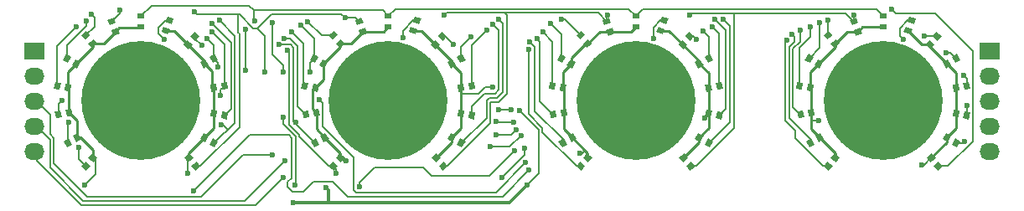
<source format=gtl>
%TF.GenerationSoftware,KiCad,Pcbnew,(5.1.12)-1*%
%TF.CreationDate,2021-11-29T00:24:33+03:00*%
%TF.ProjectId,lepetocontrol,6c657065-746f-4636-9f6e-74726f6c2e6b,rev?*%
%TF.SameCoordinates,Original*%
%TF.FileFunction,Copper,L1,Top*%
%TF.FilePolarity,Positive*%
%FSLAX46Y46*%
G04 Gerber Fmt 4.6, Leading zero omitted, Abs format (unit mm)*
G04 Created by KiCad (PCBNEW (5.1.12)-1) date 2021-11-29 00:24:33*
%MOMM*%
%LPD*%
G01*
G04 APERTURE LIST*
%TA.AperFunction,ComponentPad*%
%ADD10O,2.032000X1.727200*%
%TD*%
%TA.AperFunction,ComponentPad*%
%ADD11R,2.032000X1.727200*%
%TD*%
%TA.AperFunction,ComponentPad*%
%ADD12C,12.000000*%
%TD*%
%TA.AperFunction,SMDPad,CuDef*%
%ADD13C,0.100000*%
%TD*%
%TA.AperFunction,SMDPad,CuDef*%
%ADD14R,0.700000X0.600000*%
%TD*%
%TA.AperFunction,ViaPad*%
%ADD15C,0.600000*%
%TD*%
%TA.AperFunction,Conductor*%
%ADD16C,0.250000*%
%TD*%
%TA.AperFunction,Conductor*%
%ADD17C,0.200000*%
%TD*%
%TA.AperFunction,Conductor*%
%ADD18C,0.300000*%
%TD*%
G04 APERTURE END LIST*
D10*
X176530000Y-36576000D03*
X176530000Y-34036000D03*
X176530000Y-31496000D03*
X176530000Y-28956000D03*
D11*
X176530000Y-26416000D03*
D10*
X273050000Y-36576000D03*
X273050000Y-34036000D03*
X273050000Y-31496000D03*
X273050000Y-28956000D03*
D11*
X273050000Y-26416000D03*
D12*
X187280000Y-31459000D03*
X212280000Y-31459000D03*
X237280000Y-31459000D03*
X262280000Y-31459000D03*
%TA.AperFunction,SMDPad,CuDef*%
D13*
G36*
X267587419Y-37242514D02*
G01*
X267051188Y-37692465D01*
X266665515Y-37232838D01*
X267201746Y-36782887D01*
X267587419Y-37242514D01*
G37*
%TD.AperFunction*%
%TA.AperFunction,SMDPad,CuDef*%
G36*
X268294485Y-38085162D02*
G01*
X267758254Y-38535113D01*
X267372581Y-38075486D01*
X267908812Y-37625535D01*
X268294485Y-38085162D01*
G37*
%TD.AperFunction*%
%TA.AperFunction,SMDPad,CuDef*%
G36*
X269138494Y-35030891D02*
G01*
X268788494Y-35637109D01*
X268268878Y-35337109D01*
X268618878Y-34730891D01*
X269138494Y-35030891D01*
G37*
%TD.AperFunction*%
%TA.AperFunction,SMDPad,CuDef*%
G36*
X270091122Y-35580891D02*
G01*
X269741122Y-36187109D01*
X269221506Y-35887109D01*
X269571506Y-35280891D01*
X270091122Y-35580891D01*
G37*
%TD.AperFunction*%
%TA.AperFunction,SMDPad,CuDef*%
G36*
X269994575Y-32470906D02*
G01*
X269873021Y-33160271D01*
X269282137Y-33056082D01*
X269403691Y-32366717D01*
X269994575Y-32470906D01*
G37*
%TD.AperFunction*%
%TA.AperFunction,SMDPad,CuDef*%
G36*
X271077863Y-32661918D02*
G01*
X270956309Y-33351283D01*
X270365425Y-33247094D01*
X270486979Y-32557729D01*
X271077863Y-32661918D01*
G37*
%TD.AperFunction*%
%TA.AperFunction,SMDPad,CuDef*%
G36*
X269873021Y-29757729D02*
G01*
X269994575Y-30447094D01*
X269403691Y-30551283D01*
X269282137Y-29861918D01*
X269873021Y-29757729D01*
G37*
%TD.AperFunction*%
%TA.AperFunction,SMDPad,CuDef*%
G36*
X270956309Y-29566717D02*
G01*
X271077863Y-30256082D01*
X270486979Y-30360271D01*
X270365425Y-29670906D01*
X270956309Y-29566717D01*
G37*
%TD.AperFunction*%
%TA.AperFunction,SMDPad,CuDef*%
G36*
X268788494Y-27280891D02*
G01*
X269138494Y-27887109D01*
X268618878Y-28187109D01*
X268268878Y-27580891D01*
X268788494Y-27280891D01*
G37*
%TD.AperFunction*%
%TA.AperFunction,SMDPad,CuDef*%
G36*
X269741122Y-26730891D02*
G01*
X270091122Y-27337109D01*
X269571506Y-27637109D01*
X269221506Y-27030891D01*
X269741122Y-26730891D01*
G37*
%TD.AperFunction*%
%TA.AperFunction,SMDPad,CuDef*%
G36*
X266951188Y-25325535D02*
G01*
X267487419Y-25775486D01*
X267101746Y-26235113D01*
X266565515Y-25785162D01*
X266951188Y-25325535D01*
G37*
%TD.AperFunction*%
%TA.AperFunction,SMDPad,CuDef*%
G36*
X267658254Y-24482887D02*
G01*
X268194485Y-24932838D01*
X267808812Y-25392465D01*
X267272581Y-24942514D01*
X267658254Y-24482887D01*
G37*
%TD.AperFunction*%
%TA.AperFunction,SMDPad,CuDef*%
G36*
X264565603Y-23974216D02*
G01*
X265223387Y-24213630D01*
X265018175Y-24777446D01*
X264360391Y-24538032D01*
X264565603Y-23974216D01*
G37*
%TD.AperFunction*%
%TA.AperFunction,SMDPad,CuDef*%
G36*
X264941825Y-22940554D02*
G01*
X265599609Y-23179968D01*
X265394397Y-23743784D01*
X264736613Y-23504370D01*
X264941825Y-22940554D01*
G37*
%TD.AperFunction*%
D14*
X262280000Y-24009000D03*
X262280000Y-22909000D03*
%TA.AperFunction,SMDPad,CuDef*%
D13*
G36*
X259286613Y-24313630D02*
G01*
X259944397Y-24074216D01*
X260149609Y-24638032D01*
X259491825Y-24877446D01*
X259286613Y-24313630D01*
G37*
%TD.AperFunction*%
%TA.AperFunction,SMDPad,CuDef*%
G36*
X258910391Y-23279968D02*
G01*
X259568175Y-23040554D01*
X259773387Y-23604370D01*
X259115603Y-23843784D01*
X258910391Y-23279968D01*
G37*
%TD.AperFunction*%
%TA.AperFunction,SMDPad,CuDef*%
G36*
X256972581Y-25675486D02*
G01*
X257508812Y-25225535D01*
X257894485Y-25685162D01*
X257358254Y-26135113D01*
X256972581Y-25675486D01*
G37*
%TD.AperFunction*%
%TA.AperFunction,SMDPad,CuDef*%
G36*
X256265515Y-24832838D02*
G01*
X256801746Y-24382887D01*
X257187419Y-24842514D01*
X256651188Y-25292465D01*
X256265515Y-24832838D01*
G37*
%TD.AperFunction*%
%TA.AperFunction,SMDPad,CuDef*%
G36*
X255321506Y-27887109D02*
G01*
X255671506Y-27280891D01*
X256191122Y-27580891D01*
X255841122Y-28187109D01*
X255321506Y-27887109D01*
G37*
%TD.AperFunction*%
%TA.AperFunction,SMDPad,CuDef*%
G36*
X254368878Y-27337109D02*
G01*
X254718878Y-26730891D01*
X255238494Y-27030891D01*
X254888494Y-27637109D01*
X254368878Y-27337109D01*
G37*
%TD.AperFunction*%
%TA.AperFunction,SMDPad,CuDef*%
G36*
X254565425Y-30447094D02*
G01*
X254686979Y-29757729D01*
X255277863Y-29861918D01*
X255156309Y-30551283D01*
X254565425Y-30447094D01*
G37*
%TD.AperFunction*%
%TA.AperFunction,SMDPad,CuDef*%
G36*
X253482137Y-30256082D02*
G01*
X253603691Y-29566717D01*
X254194575Y-29670906D01*
X254073021Y-30360271D01*
X253482137Y-30256082D01*
G37*
%TD.AperFunction*%
%TA.AperFunction,SMDPad,CuDef*%
G36*
X254786979Y-33060271D02*
G01*
X254665425Y-32370906D01*
X255256309Y-32266717D01*
X255377863Y-32956082D01*
X254786979Y-33060271D01*
G37*
%TD.AperFunction*%
%TA.AperFunction,SMDPad,CuDef*%
G36*
X253703691Y-33251283D02*
G01*
X253582137Y-32561918D01*
X254173021Y-32457729D01*
X254294575Y-33147094D01*
X253703691Y-33251283D01*
G37*
%TD.AperFunction*%
%TA.AperFunction,SMDPad,CuDef*%
G36*
X255771506Y-35637109D02*
G01*
X255421506Y-35030891D01*
X255941122Y-34730891D01*
X256291122Y-35337109D01*
X255771506Y-35637109D01*
G37*
%TD.AperFunction*%
%TA.AperFunction,SMDPad,CuDef*%
G36*
X254818878Y-36187109D02*
G01*
X254468878Y-35580891D01*
X254988494Y-35280891D01*
X255338494Y-35887109D01*
X254818878Y-36187109D01*
G37*
%TD.AperFunction*%
%TA.AperFunction,SMDPad,CuDef*%
G36*
X257508812Y-37692465D02*
G01*
X256972581Y-37242514D01*
X257358254Y-36782887D01*
X257894485Y-37232838D01*
X257508812Y-37692465D01*
G37*
%TD.AperFunction*%
%TA.AperFunction,SMDPad,CuDef*%
G36*
X256801746Y-38535113D02*
G01*
X256265515Y-38085162D01*
X256651188Y-37625535D01*
X257187419Y-38075486D01*
X256801746Y-38535113D01*
G37*
%TD.AperFunction*%
%TA.AperFunction,SMDPad,CuDef*%
G36*
X242587419Y-37242514D02*
G01*
X242051188Y-37692465D01*
X241665515Y-37232838D01*
X242201746Y-36782887D01*
X242587419Y-37242514D01*
G37*
%TD.AperFunction*%
%TA.AperFunction,SMDPad,CuDef*%
G36*
X243294485Y-38085162D02*
G01*
X242758254Y-38535113D01*
X242372581Y-38075486D01*
X242908812Y-37625535D01*
X243294485Y-38085162D01*
G37*
%TD.AperFunction*%
%TA.AperFunction,SMDPad,CuDef*%
G36*
X244138494Y-35030891D02*
G01*
X243788494Y-35637109D01*
X243268878Y-35337109D01*
X243618878Y-34730891D01*
X244138494Y-35030891D01*
G37*
%TD.AperFunction*%
%TA.AperFunction,SMDPad,CuDef*%
G36*
X245091122Y-35580891D02*
G01*
X244741122Y-36187109D01*
X244221506Y-35887109D01*
X244571506Y-35280891D01*
X245091122Y-35580891D01*
G37*
%TD.AperFunction*%
%TA.AperFunction,SMDPad,CuDef*%
G36*
X244994575Y-32470906D02*
G01*
X244873021Y-33160271D01*
X244282137Y-33056082D01*
X244403691Y-32366717D01*
X244994575Y-32470906D01*
G37*
%TD.AperFunction*%
%TA.AperFunction,SMDPad,CuDef*%
G36*
X246077863Y-32661918D02*
G01*
X245956309Y-33351283D01*
X245365425Y-33247094D01*
X245486979Y-32557729D01*
X246077863Y-32661918D01*
G37*
%TD.AperFunction*%
%TA.AperFunction,SMDPad,CuDef*%
G36*
X244873021Y-29757729D02*
G01*
X244994575Y-30447094D01*
X244403691Y-30551283D01*
X244282137Y-29861918D01*
X244873021Y-29757729D01*
G37*
%TD.AperFunction*%
%TA.AperFunction,SMDPad,CuDef*%
G36*
X245956309Y-29566717D02*
G01*
X246077863Y-30256082D01*
X245486979Y-30360271D01*
X245365425Y-29670906D01*
X245956309Y-29566717D01*
G37*
%TD.AperFunction*%
%TA.AperFunction,SMDPad,CuDef*%
G36*
X243788494Y-27280891D02*
G01*
X244138494Y-27887109D01*
X243618878Y-28187109D01*
X243268878Y-27580891D01*
X243788494Y-27280891D01*
G37*
%TD.AperFunction*%
%TA.AperFunction,SMDPad,CuDef*%
G36*
X244741122Y-26730891D02*
G01*
X245091122Y-27337109D01*
X244571506Y-27637109D01*
X244221506Y-27030891D01*
X244741122Y-26730891D01*
G37*
%TD.AperFunction*%
%TA.AperFunction,SMDPad,CuDef*%
G36*
X241951188Y-25325535D02*
G01*
X242487419Y-25775486D01*
X242101746Y-26235113D01*
X241565515Y-25785162D01*
X241951188Y-25325535D01*
G37*
%TD.AperFunction*%
%TA.AperFunction,SMDPad,CuDef*%
G36*
X242658254Y-24482887D02*
G01*
X243194485Y-24932838D01*
X242808812Y-25392465D01*
X242272581Y-24942514D01*
X242658254Y-24482887D01*
G37*
%TD.AperFunction*%
%TA.AperFunction,SMDPad,CuDef*%
G36*
X239565603Y-23974216D02*
G01*
X240223387Y-24213630D01*
X240018175Y-24777446D01*
X239360391Y-24538032D01*
X239565603Y-23974216D01*
G37*
%TD.AperFunction*%
%TA.AperFunction,SMDPad,CuDef*%
G36*
X239941825Y-22940554D02*
G01*
X240599609Y-23179968D01*
X240394397Y-23743784D01*
X239736613Y-23504370D01*
X239941825Y-22940554D01*
G37*
%TD.AperFunction*%
D14*
X237280000Y-24009000D03*
X237280000Y-22909000D03*
%TA.AperFunction,SMDPad,CuDef*%
D13*
G36*
X234286613Y-24313630D02*
G01*
X234944397Y-24074216D01*
X235149609Y-24638032D01*
X234491825Y-24877446D01*
X234286613Y-24313630D01*
G37*
%TD.AperFunction*%
%TA.AperFunction,SMDPad,CuDef*%
G36*
X233910391Y-23279968D02*
G01*
X234568175Y-23040554D01*
X234773387Y-23604370D01*
X234115603Y-23843784D01*
X233910391Y-23279968D01*
G37*
%TD.AperFunction*%
%TA.AperFunction,SMDPad,CuDef*%
G36*
X231972581Y-25675486D02*
G01*
X232508812Y-25225535D01*
X232894485Y-25685162D01*
X232358254Y-26135113D01*
X231972581Y-25675486D01*
G37*
%TD.AperFunction*%
%TA.AperFunction,SMDPad,CuDef*%
G36*
X231265515Y-24832838D02*
G01*
X231801746Y-24382887D01*
X232187419Y-24842514D01*
X231651188Y-25292465D01*
X231265515Y-24832838D01*
G37*
%TD.AperFunction*%
%TA.AperFunction,SMDPad,CuDef*%
G36*
X230321506Y-27887109D02*
G01*
X230671506Y-27280891D01*
X231191122Y-27580891D01*
X230841122Y-28187109D01*
X230321506Y-27887109D01*
G37*
%TD.AperFunction*%
%TA.AperFunction,SMDPad,CuDef*%
G36*
X229368878Y-27337109D02*
G01*
X229718878Y-26730891D01*
X230238494Y-27030891D01*
X229888494Y-27637109D01*
X229368878Y-27337109D01*
G37*
%TD.AperFunction*%
%TA.AperFunction,SMDPad,CuDef*%
G36*
X229565425Y-30447094D02*
G01*
X229686979Y-29757729D01*
X230277863Y-29861918D01*
X230156309Y-30551283D01*
X229565425Y-30447094D01*
G37*
%TD.AperFunction*%
%TA.AperFunction,SMDPad,CuDef*%
G36*
X228482137Y-30256082D02*
G01*
X228603691Y-29566717D01*
X229194575Y-29670906D01*
X229073021Y-30360271D01*
X228482137Y-30256082D01*
G37*
%TD.AperFunction*%
%TA.AperFunction,SMDPad,CuDef*%
G36*
X229786979Y-33060271D02*
G01*
X229665425Y-32370906D01*
X230256309Y-32266717D01*
X230377863Y-32956082D01*
X229786979Y-33060271D01*
G37*
%TD.AperFunction*%
%TA.AperFunction,SMDPad,CuDef*%
G36*
X228703691Y-33251283D02*
G01*
X228582137Y-32561918D01*
X229173021Y-32457729D01*
X229294575Y-33147094D01*
X228703691Y-33251283D01*
G37*
%TD.AperFunction*%
%TA.AperFunction,SMDPad,CuDef*%
G36*
X230771506Y-35637109D02*
G01*
X230421506Y-35030891D01*
X230941122Y-34730891D01*
X231291122Y-35337109D01*
X230771506Y-35637109D01*
G37*
%TD.AperFunction*%
%TA.AperFunction,SMDPad,CuDef*%
G36*
X229818878Y-36187109D02*
G01*
X229468878Y-35580891D01*
X229988494Y-35280891D01*
X230338494Y-35887109D01*
X229818878Y-36187109D01*
G37*
%TD.AperFunction*%
%TA.AperFunction,SMDPad,CuDef*%
G36*
X232508812Y-37692465D02*
G01*
X231972581Y-37242514D01*
X232358254Y-36782887D01*
X232894485Y-37232838D01*
X232508812Y-37692465D01*
G37*
%TD.AperFunction*%
%TA.AperFunction,SMDPad,CuDef*%
G36*
X231801746Y-38535113D02*
G01*
X231265515Y-38085162D01*
X231651188Y-37625535D01*
X232187419Y-38075486D01*
X231801746Y-38535113D01*
G37*
%TD.AperFunction*%
%TA.AperFunction,SMDPad,CuDef*%
G36*
X217587419Y-37242514D02*
G01*
X217051188Y-37692465D01*
X216665515Y-37232838D01*
X217201746Y-36782887D01*
X217587419Y-37242514D01*
G37*
%TD.AperFunction*%
%TA.AperFunction,SMDPad,CuDef*%
G36*
X218294485Y-38085162D02*
G01*
X217758254Y-38535113D01*
X217372581Y-38075486D01*
X217908812Y-37625535D01*
X218294485Y-38085162D01*
G37*
%TD.AperFunction*%
%TA.AperFunction,SMDPad,CuDef*%
G36*
X219138494Y-35030891D02*
G01*
X218788494Y-35637109D01*
X218268878Y-35337109D01*
X218618878Y-34730891D01*
X219138494Y-35030891D01*
G37*
%TD.AperFunction*%
%TA.AperFunction,SMDPad,CuDef*%
G36*
X220091122Y-35580891D02*
G01*
X219741122Y-36187109D01*
X219221506Y-35887109D01*
X219571506Y-35280891D01*
X220091122Y-35580891D01*
G37*
%TD.AperFunction*%
%TA.AperFunction,SMDPad,CuDef*%
G36*
X219994575Y-32470906D02*
G01*
X219873021Y-33160271D01*
X219282137Y-33056082D01*
X219403691Y-32366717D01*
X219994575Y-32470906D01*
G37*
%TD.AperFunction*%
%TA.AperFunction,SMDPad,CuDef*%
G36*
X221077863Y-32661918D02*
G01*
X220956309Y-33351283D01*
X220365425Y-33247094D01*
X220486979Y-32557729D01*
X221077863Y-32661918D01*
G37*
%TD.AperFunction*%
%TA.AperFunction,SMDPad,CuDef*%
G36*
X219873021Y-29757729D02*
G01*
X219994575Y-30447094D01*
X219403691Y-30551283D01*
X219282137Y-29861918D01*
X219873021Y-29757729D01*
G37*
%TD.AperFunction*%
%TA.AperFunction,SMDPad,CuDef*%
G36*
X220956309Y-29566717D02*
G01*
X221077863Y-30256082D01*
X220486979Y-30360271D01*
X220365425Y-29670906D01*
X220956309Y-29566717D01*
G37*
%TD.AperFunction*%
%TA.AperFunction,SMDPad,CuDef*%
G36*
X218788494Y-27280891D02*
G01*
X219138494Y-27887109D01*
X218618878Y-28187109D01*
X218268878Y-27580891D01*
X218788494Y-27280891D01*
G37*
%TD.AperFunction*%
%TA.AperFunction,SMDPad,CuDef*%
G36*
X219741122Y-26730891D02*
G01*
X220091122Y-27337109D01*
X219571506Y-27637109D01*
X219221506Y-27030891D01*
X219741122Y-26730891D01*
G37*
%TD.AperFunction*%
%TA.AperFunction,SMDPad,CuDef*%
G36*
X216951188Y-25325535D02*
G01*
X217487419Y-25775486D01*
X217101746Y-26235113D01*
X216565515Y-25785162D01*
X216951188Y-25325535D01*
G37*
%TD.AperFunction*%
%TA.AperFunction,SMDPad,CuDef*%
G36*
X217658254Y-24482887D02*
G01*
X218194485Y-24932838D01*
X217808812Y-25392465D01*
X217272581Y-24942514D01*
X217658254Y-24482887D01*
G37*
%TD.AperFunction*%
%TA.AperFunction,SMDPad,CuDef*%
G36*
X214565603Y-23974216D02*
G01*
X215223387Y-24213630D01*
X215018175Y-24777446D01*
X214360391Y-24538032D01*
X214565603Y-23974216D01*
G37*
%TD.AperFunction*%
%TA.AperFunction,SMDPad,CuDef*%
G36*
X214941825Y-22940554D02*
G01*
X215599609Y-23179968D01*
X215394397Y-23743784D01*
X214736613Y-23504370D01*
X214941825Y-22940554D01*
G37*
%TD.AperFunction*%
D14*
X212280000Y-24009000D03*
X212280000Y-22909000D03*
%TA.AperFunction,SMDPad,CuDef*%
D13*
G36*
X209286613Y-24313630D02*
G01*
X209944397Y-24074216D01*
X210149609Y-24638032D01*
X209491825Y-24877446D01*
X209286613Y-24313630D01*
G37*
%TD.AperFunction*%
%TA.AperFunction,SMDPad,CuDef*%
G36*
X208910391Y-23279968D02*
G01*
X209568175Y-23040554D01*
X209773387Y-23604370D01*
X209115603Y-23843784D01*
X208910391Y-23279968D01*
G37*
%TD.AperFunction*%
%TA.AperFunction,SMDPad,CuDef*%
G36*
X206972581Y-25675486D02*
G01*
X207508812Y-25225535D01*
X207894485Y-25685162D01*
X207358254Y-26135113D01*
X206972581Y-25675486D01*
G37*
%TD.AperFunction*%
%TA.AperFunction,SMDPad,CuDef*%
G36*
X206265515Y-24832838D02*
G01*
X206801746Y-24382887D01*
X207187419Y-24842514D01*
X206651188Y-25292465D01*
X206265515Y-24832838D01*
G37*
%TD.AperFunction*%
%TA.AperFunction,SMDPad,CuDef*%
G36*
X205321506Y-27887109D02*
G01*
X205671506Y-27280891D01*
X206191122Y-27580891D01*
X205841122Y-28187109D01*
X205321506Y-27887109D01*
G37*
%TD.AperFunction*%
%TA.AperFunction,SMDPad,CuDef*%
G36*
X204368878Y-27337109D02*
G01*
X204718878Y-26730891D01*
X205238494Y-27030891D01*
X204888494Y-27637109D01*
X204368878Y-27337109D01*
G37*
%TD.AperFunction*%
%TA.AperFunction,SMDPad,CuDef*%
G36*
X204565425Y-30447094D02*
G01*
X204686979Y-29757729D01*
X205277863Y-29861918D01*
X205156309Y-30551283D01*
X204565425Y-30447094D01*
G37*
%TD.AperFunction*%
%TA.AperFunction,SMDPad,CuDef*%
G36*
X203482137Y-30256082D02*
G01*
X203603691Y-29566717D01*
X204194575Y-29670906D01*
X204073021Y-30360271D01*
X203482137Y-30256082D01*
G37*
%TD.AperFunction*%
%TA.AperFunction,SMDPad,CuDef*%
G36*
X204786979Y-33060271D02*
G01*
X204665425Y-32370906D01*
X205256309Y-32266717D01*
X205377863Y-32956082D01*
X204786979Y-33060271D01*
G37*
%TD.AperFunction*%
%TA.AperFunction,SMDPad,CuDef*%
G36*
X203703691Y-33251283D02*
G01*
X203582137Y-32561918D01*
X204173021Y-32457729D01*
X204294575Y-33147094D01*
X203703691Y-33251283D01*
G37*
%TD.AperFunction*%
%TA.AperFunction,SMDPad,CuDef*%
G36*
X205771506Y-35637109D02*
G01*
X205421506Y-35030891D01*
X205941122Y-34730891D01*
X206291122Y-35337109D01*
X205771506Y-35637109D01*
G37*
%TD.AperFunction*%
%TA.AperFunction,SMDPad,CuDef*%
G36*
X204818878Y-36187109D02*
G01*
X204468878Y-35580891D01*
X204988494Y-35280891D01*
X205338494Y-35887109D01*
X204818878Y-36187109D01*
G37*
%TD.AperFunction*%
%TA.AperFunction,SMDPad,CuDef*%
G36*
X207508812Y-37692465D02*
G01*
X206972581Y-37242514D01*
X207358254Y-36782887D01*
X207894485Y-37232838D01*
X207508812Y-37692465D01*
G37*
%TD.AperFunction*%
%TA.AperFunction,SMDPad,CuDef*%
G36*
X206801746Y-38535113D02*
G01*
X206265515Y-38085162D01*
X206651188Y-37625535D01*
X207187419Y-38075486D01*
X206801746Y-38535113D01*
G37*
%TD.AperFunction*%
%TA.AperFunction,SMDPad,CuDef*%
G36*
X192587419Y-37242514D02*
G01*
X192051188Y-37692465D01*
X191665515Y-37232838D01*
X192201746Y-36782887D01*
X192587419Y-37242514D01*
G37*
%TD.AperFunction*%
%TA.AperFunction,SMDPad,CuDef*%
G36*
X193294485Y-38085162D02*
G01*
X192758254Y-38535113D01*
X192372581Y-38075486D01*
X192908812Y-37625535D01*
X193294485Y-38085162D01*
G37*
%TD.AperFunction*%
%TA.AperFunction,SMDPad,CuDef*%
G36*
X194138494Y-35030891D02*
G01*
X193788494Y-35637109D01*
X193268878Y-35337109D01*
X193618878Y-34730891D01*
X194138494Y-35030891D01*
G37*
%TD.AperFunction*%
%TA.AperFunction,SMDPad,CuDef*%
G36*
X195091122Y-35580891D02*
G01*
X194741122Y-36187109D01*
X194221506Y-35887109D01*
X194571506Y-35280891D01*
X195091122Y-35580891D01*
G37*
%TD.AperFunction*%
%TA.AperFunction,SMDPad,CuDef*%
G36*
X194994575Y-32470906D02*
G01*
X194873021Y-33160271D01*
X194282137Y-33056082D01*
X194403691Y-32366717D01*
X194994575Y-32470906D01*
G37*
%TD.AperFunction*%
%TA.AperFunction,SMDPad,CuDef*%
G36*
X196077863Y-32661918D02*
G01*
X195956309Y-33351283D01*
X195365425Y-33247094D01*
X195486979Y-32557729D01*
X196077863Y-32661918D01*
G37*
%TD.AperFunction*%
%TA.AperFunction,SMDPad,CuDef*%
G36*
X194873021Y-29757729D02*
G01*
X194994575Y-30447094D01*
X194403691Y-30551283D01*
X194282137Y-29861918D01*
X194873021Y-29757729D01*
G37*
%TD.AperFunction*%
%TA.AperFunction,SMDPad,CuDef*%
G36*
X195956309Y-29566717D02*
G01*
X196077863Y-30256082D01*
X195486979Y-30360271D01*
X195365425Y-29670906D01*
X195956309Y-29566717D01*
G37*
%TD.AperFunction*%
%TA.AperFunction,SMDPad,CuDef*%
G36*
X193788494Y-27280891D02*
G01*
X194138494Y-27887109D01*
X193618878Y-28187109D01*
X193268878Y-27580891D01*
X193788494Y-27280891D01*
G37*
%TD.AperFunction*%
%TA.AperFunction,SMDPad,CuDef*%
G36*
X194741122Y-26730891D02*
G01*
X195091122Y-27337109D01*
X194571506Y-27637109D01*
X194221506Y-27030891D01*
X194741122Y-26730891D01*
G37*
%TD.AperFunction*%
%TA.AperFunction,SMDPad,CuDef*%
G36*
X191951188Y-25325535D02*
G01*
X192487419Y-25775486D01*
X192101746Y-26235113D01*
X191565515Y-25785162D01*
X191951188Y-25325535D01*
G37*
%TD.AperFunction*%
%TA.AperFunction,SMDPad,CuDef*%
G36*
X192658254Y-24482887D02*
G01*
X193194485Y-24932838D01*
X192808812Y-25392465D01*
X192272581Y-24942514D01*
X192658254Y-24482887D01*
G37*
%TD.AperFunction*%
%TA.AperFunction,SMDPad,CuDef*%
G36*
X189565603Y-23974216D02*
G01*
X190223387Y-24213630D01*
X190018175Y-24777446D01*
X189360391Y-24538032D01*
X189565603Y-23974216D01*
G37*
%TD.AperFunction*%
%TA.AperFunction,SMDPad,CuDef*%
G36*
X189941825Y-22940554D02*
G01*
X190599609Y-23179968D01*
X190394397Y-23743784D01*
X189736613Y-23504370D01*
X189941825Y-22940554D01*
G37*
%TD.AperFunction*%
D14*
X187280000Y-24009000D03*
X187280000Y-22909000D03*
%TA.AperFunction,SMDPad,CuDef*%
D13*
G36*
X184286613Y-24313630D02*
G01*
X184944397Y-24074216D01*
X185149609Y-24638032D01*
X184491825Y-24877446D01*
X184286613Y-24313630D01*
G37*
%TD.AperFunction*%
%TA.AperFunction,SMDPad,CuDef*%
G36*
X183910391Y-23279968D02*
G01*
X184568175Y-23040554D01*
X184773387Y-23604370D01*
X184115603Y-23843784D01*
X183910391Y-23279968D01*
G37*
%TD.AperFunction*%
%TA.AperFunction,SMDPad,CuDef*%
G36*
X181972581Y-25675486D02*
G01*
X182508812Y-25225535D01*
X182894485Y-25685162D01*
X182358254Y-26135113D01*
X181972581Y-25675486D01*
G37*
%TD.AperFunction*%
%TA.AperFunction,SMDPad,CuDef*%
G36*
X181265515Y-24832838D02*
G01*
X181801746Y-24382887D01*
X182187419Y-24842514D01*
X181651188Y-25292465D01*
X181265515Y-24832838D01*
G37*
%TD.AperFunction*%
%TA.AperFunction,SMDPad,CuDef*%
G36*
X180321506Y-27887109D02*
G01*
X180671506Y-27280891D01*
X181191122Y-27580891D01*
X180841122Y-28187109D01*
X180321506Y-27887109D01*
G37*
%TD.AperFunction*%
%TA.AperFunction,SMDPad,CuDef*%
G36*
X179368878Y-27337109D02*
G01*
X179718878Y-26730891D01*
X180238494Y-27030891D01*
X179888494Y-27637109D01*
X179368878Y-27337109D01*
G37*
%TD.AperFunction*%
%TA.AperFunction,SMDPad,CuDef*%
G36*
X179565425Y-30447094D02*
G01*
X179686979Y-29757729D01*
X180277863Y-29861918D01*
X180156309Y-30551283D01*
X179565425Y-30447094D01*
G37*
%TD.AperFunction*%
%TA.AperFunction,SMDPad,CuDef*%
G36*
X178482137Y-30256082D02*
G01*
X178603691Y-29566717D01*
X179194575Y-29670906D01*
X179073021Y-30360271D01*
X178482137Y-30256082D01*
G37*
%TD.AperFunction*%
%TA.AperFunction,SMDPad,CuDef*%
G36*
X179786979Y-33060271D02*
G01*
X179665425Y-32370906D01*
X180256309Y-32266717D01*
X180377863Y-32956082D01*
X179786979Y-33060271D01*
G37*
%TD.AperFunction*%
%TA.AperFunction,SMDPad,CuDef*%
G36*
X178703691Y-33251283D02*
G01*
X178582137Y-32561918D01*
X179173021Y-32457729D01*
X179294575Y-33147094D01*
X178703691Y-33251283D01*
G37*
%TD.AperFunction*%
%TA.AperFunction,SMDPad,CuDef*%
G36*
X180771506Y-35637109D02*
G01*
X180421506Y-35030891D01*
X180941122Y-34730891D01*
X181291122Y-35337109D01*
X180771506Y-35637109D01*
G37*
%TD.AperFunction*%
%TA.AperFunction,SMDPad,CuDef*%
G36*
X179818878Y-36187109D02*
G01*
X179468878Y-35580891D01*
X179988494Y-35280891D01*
X180338494Y-35887109D01*
X179818878Y-36187109D01*
G37*
%TD.AperFunction*%
%TA.AperFunction,SMDPad,CuDef*%
G36*
X182508812Y-37692465D02*
G01*
X181972581Y-37242514D01*
X182358254Y-36782887D01*
X182894485Y-37232838D01*
X182508812Y-37692465D01*
G37*
%TD.AperFunction*%
%TA.AperFunction,SMDPad,CuDef*%
G36*
X181801746Y-38535113D02*
G01*
X181265515Y-38085162D01*
X181651188Y-37625535D01*
X182187419Y-38075486D01*
X181801746Y-38535113D01*
G37*
%TD.AperFunction*%
D15*
X181610000Y-39973000D03*
X213733000Y-25114000D03*
X264279000Y-25241000D03*
X252560010Y-25368000D03*
X239052123Y-25205232D03*
X189603000Y-25241000D03*
X207002000Y-38830000D03*
X226433398Y-26308990D03*
X202105962Y-26369989D03*
X180991018Y-36140307D03*
X192024000Y-38830000D03*
X218829673Y-25732327D03*
X253041059Y-24728773D03*
X193421039Y-25867961D03*
X201252010Y-25767951D03*
X243435120Y-25276233D03*
X202896998Y-33623000D03*
X226578994Y-25522339D03*
X266468032Y-24956976D03*
X180000928Y-33634674D03*
X220672674Y-25032326D03*
X253905143Y-24367980D03*
X244065259Y-24384054D03*
X193994040Y-25167960D03*
X201757448Y-25147829D03*
X195064000Y-28035000D03*
X227297880Y-25171310D03*
X268673373Y-26596617D03*
X179296031Y-31459000D03*
X202545959Y-24467959D03*
X254903831Y-23967968D03*
X227873272Y-24522272D03*
X194488255Y-24524663D03*
X245019509Y-23963420D03*
X222218942Y-24340957D03*
X195318000Y-30956000D03*
X180780000Y-23959000D03*
X270399099Y-28873305D03*
X228711316Y-23684228D03*
X194501133Y-23688998D03*
X203420993Y-23810801D03*
X255893152Y-23569681D03*
X245294162Y-23212032D03*
X222818952Y-23706320D03*
X201668000Y-28543000D03*
X200525000Y-23590000D03*
X204335000Y-28543000D03*
X181780000Y-23358990D03*
X270777863Y-31972000D03*
X195220537Y-23339032D03*
X204133512Y-23447021D03*
X229781001Y-23212032D03*
X256659194Y-23339030D03*
X246094175Y-23212032D03*
X223424959Y-23184042D03*
X195398989Y-33884097D03*
X182310444Y-22760118D03*
X270462728Y-35615728D03*
X263136000Y-22193000D03*
X217933062Y-22812021D03*
X234434000Y-22784037D03*
X259300857Y-22812021D03*
X242689000Y-22784031D03*
X207891000Y-23082000D03*
X199763000Y-28543000D03*
X185129656Y-22258946D03*
X192675301Y-22441358D03*
X208056746Y-37552988D03*
X222863032Y-30090344D03*
X231640000Y-36798000D03*
X244228010Y-33242000D03*
X255770000Y-33496000D03*
X266184000Y-37941000D03*
X226500870Y-38452693D03*
X192610341Y-40604968D03*
X222610603Y-36117770D03*
X225683997Y-34989757D03*
X223171670Y-34879649D03*
X225171703Y-34375287D03*
X224979023Y-33598825D03*
X223208372Y-33549276D03*
X224655000Y-32353000D03*
X223385000Y-32353000D03*
X205279981Y-31337000D03*
X226129670Y-37744012D03*
X226306000Y-39973000D03*
X225544000Y-32480000D03*
X201668000Y-33115000D03*
X202811000Y-39973000D03*
X202692000Y-41751000D03*
X205986000Y-40253012D03*
X197858000Y-28416000D03*
X198769355Y-23436222D03*
X197865813Y-24243830D03*
X223766000Y-39211000D03*
X226052000Y-36290000D03*
X201676000Y-39211000D03*
X209410947Y-40133969D03*
X225010648Y-36558761D03*
X200533000Y-36925000D03*
X201803000Y-37560000D03*
D16*
X180021644Y-30254506D02*
X179921644Y-30154506D01*
X179921644Y-28568670D02*
X180756314Y-27734000D01*
X179921644Y-30154506D02*
X179921644Y-28568670D01*
X182433533Y-26056781D02*
X182433533Y-25680324D01*
X180756314Y-27734000D02*
X182433533Y-26056781D01*
X183513618Y-25680324D02*
X184718111Y-24475831D01*
X182433533Y-25680324D02*
X183513618Y-25680324D01*
X184718111Y-24475831D02*
X185095942Y-24098000D01*
X187191000Y-24098000D02*
X187280000Y-24009000D01*
X185095942Y-24098000D02*
X187191000Y-24098000D01*
D17*
X179951000Y-31337000D02*
X180021644Y-31407644D01*
D16*
X180021644Y-31407644D02*
X180021644Y-30254506D01*
X180021644Y-32663494D02*
X180021644Y-31407644D01*
X180856314Y-35184000D02*
X180856314Y-33498164D01*
X180856314Y-33498164D02*
X180021644Y-32663494D01*
X181202724Y-35184000D02*
X180856314Y-35184000D01*
X182433533Y-37237676D02*
X182433533Y-36414809D01*
X182433533Y-36414809D02*
X181202724Y-35184000D01*
D17*
X182681965Y-37486108D02*
X182681965Y-38901035D01*
X182433533Y-37237676D02*
X182681965Y-37486108D01*
X182681965Y-38901035D02*
X181610000Y-39973000D01*
X215168111Y-23342169D02*
X214773370Y-23342169D01*
X214773370Y-23342169D02*
X213733000Y-24382539D01*
X213733000Y-24382539D02*
X213733000Y-25114000D01*
X264773370Y-23342169D02*
X265168111Y-23342169D01*
X263979001Y-24136538D02*
X264773370Y-23342169D01*
X263979001Y-24941001D02*
X263979001Y-24136538D01*
X264279000Y-25241000D02*
X263979001Y-24941001D01*
X256726467Y-38080324D02*
X256221024Y-38080324D01*
X252360011Y-33457311D02*
X252360011Y-25567999D01*
X256221024Y-38080324D02*
X253376011Y-35235311D01*
X253376011Y-34473311D02*
X252360011Y-33457311D01*
X253376011Y-35235311D02*
X253376011Y-34473311D01*
X252360011Y-25567999D02*
X252560010Y-25368000D01*
X240168111Y-23342169D02*
X239773370Y-23342169D01*
X239773370Y-23342169D02*
X239052123Y-24063416D01*
X239052123Y-24063416D02*
X239052123Y-25205232D01*
X189060381Y-24055158D02*
X189060381Y-24698381D01*
X189773370Y-23342169D02*
X189060381Y-24055158D01*
X189060381Y-24698381D02*
X189603000Y-25241000D01*
X190168111Y-23342169D02*
X189773370Y-23342169D01*
X207002000Y-38355857D02*
X206726467Y-38080324D01*
X207002000Y-38830000D02*
X207002000Y-38355857D01*
X231726467Y-38080324D02*
X231269575Y-38080324D01*
X231269575Y-38080324D02*
X227849011Y-34659759D01*
X227849011Y-34659759D02*
X227849011Y-34219311D01*
X227849011Y-34219311D02*
X226433398Y-32803698D01*
X226433398Y-32803698D02*
X226433398Y-26308990D01*
X180991018Y-37344875D02*
X180991018Y-36140307D01*
X181726467Y-38080324D02*
X180991018Y-37344875D01*
X203307031Y-34883221D02*
X202296996Y-33873186D01*
X202296996Y-26561023D02*
X202105962Y-26369989D01*
X206269575Y-38080324D02*
X203307031Y-35117780D01*
X206726467Y-38080324D02*
X206269575Y-38080324D01*
X202296996Y-33873186D02*
X202296996Y-26561023D01*
X203307031Y-35117780D02*
X203307031Y-34883221D01*
D16*
X190621974Y-24375831D02*
X192026467Y-25780324D01*
X189791889Y-24375831D02*
X190621974Y-24375831D01*
X193703686Y-27457543D02*
X193703686Y-27734000D01*
X192026467Y-25780324D02*
X193703686Y-27457543D01*
X193703686Y-27734000D02*
X194429000Y-28459314D01*
X194429000Y-29945150D02*
X194638356Y-30154506D01*
X194429000Y-28459314D02*
X194429000Y-29945150D01*
X194638356Y-30154506D02*
X194638356Y-32763494D01*
X194638356Y-34249330D02*
X194638356Y-32763494D01*
X193703686Y-35184000D02*
X194638356Y-34249330D01*
X192126467Y-36761219D02*
X193703686Y-35184000D01*
X192126467Y-37237676D02*
X192126467Y-36761219D01*
D17*
X192024000Y-37340143D02*
X192024000Y-38830000D01*
X192126467Y-37237676D02*
X192024000Y-37340143D01*
X218035022Y-24937676D02*
X218829673Y-25732327D01*
X217733533Y-24937676D02*
X218035022Y-24937676D01*
X254903686Y-35734000D02*
X254903686Y-35329855D01*
X253341058Y-25028772D02*
X253041059Y-24728773D01*
X252779012Y-33205181D02*
X252779012Y-26037000D01*
X252779012Y-26037000D02*
X253341058Y-25474954D01*
X253341058Y-25474954D02*
X253341058Y-25028772D01*
X254903686Y-35329855D02*
X252779012Y-33205181D01*
X192733533Y-25180455D02*
X193421039Y-25867961D01*
X192733533Y-24937676D02*
X192733533Y-25180455D01*
X204903686Y-35734000D02*
X202722020Y-33552334D01*
X202826332Y-33552334D02*
X202896998Y-33623000D01*
X202722020Y-33552334D02*
X202826332Y-33552334D01*
X202722020Y-26098043D02*
X202391928Y-25767951D01*
X202391928Y-25767951D02*
X201252010Y-25767951D01*
X202722020Y-33552334D02*
X202722020Y-26098043D01*
X227106022Y-26049367D02*
X226578994Y-25522339D01*
X229903686Y-35734000D02*
X229903686Y-35329855D01*
X227106022Y-32532191D02*
X227106022Y-26049367D01*
X229903686Y-35329855D02*
X227106022Y-32532191D01*
X266487332Y-24937676D02*
X266468032Y-24956976D01*
X267733533Y-24937676D02*
X266487332Y-24937676D01*
X243096563Y-24937676D02*
X243435120Y-25276233D01*
X242733533Y-24937676D02*
X243096563Y-24937676D01*
X179903686Y-35734000D02*
X179903686Y-33731916D01*
X179903686Y-33731916D02*
X180000928Y-33634674D01*
X219656314Y-26048686D02*
X220672674Y-25032326D01*
X219656314Y-27184000D02*
X219656314Y-26048686D01*
X253179023Y-26202689D02*
X253905143Y-25476569D01*
X253905143Y-25476569D02*
X253905143Y-24367980D01*
X253179023Y-32095173D02*
X253179023Y-26202689D01*
X253938356Y-32854506D02*
X253179023Y-32095173D01*
X244656314Y-27184000D02*
X244656314Y-24975109D01*
X244656314Y-24975109D02*
X244065259Y-24384054D01*
X194656314Y-25830234D02*
X193994040Y-25167960D01*
X194656314Y-27184000D02*
X194656314Y-25830234D01*
X195064000Y-27591686D02*
X194656314Y-27184000D01*
X195064000Y-28035000D02*
X195064000Y-27591686D01*
X227597879Y-31514029D02*
X227597879Y-25471309D01*
X227597879Y-25471309D02*
X227297880Y-25171310D01*
X228938356Y-32854506D02*
X227597879Y-31514029D01*
X203122031Y-25932354D02*
X202337506Y-25147829D01*
X203122031Y-32038181D02*
X203122031Y-25932354D01*
X203938356Y-32854506D02*
X203122031Y-32038181D01*
X202337506Y-25147829D02*
X201757448Y-25147829D01*
X269068931Y-26596617D02*
X268673373Y-26596617D01*
X269656314Y-27184000D02*
X269068931Y-26596617D01*
X178938356Y-31816675D02*
X179296031Y-31459000D01*
X178938356Y-32854506D02*
X178938356Y-31816675D01*
X253838356Y-29963494D02*
X253846803Y-29955047D01*
X254903831Y-25043581D02*
X254903831Y-23967968D01*
X253838356Y-26109056D02*
X254903831Y-25043581D01*
X253838356Y-29963494D02*
X253838356Y-26109056D01*
X228838356Y-29963494D02*
X228838356Y-25487356D01*
X228838356Y-25487356D02*
X227873272Y-24522272D01*
X195721644Y-29963494D02*
X195721644Y-25758052D01*
X195721644Y-25758052D02*
X194488255Y-24524663D01*
X245721644Y-29963494D02*
X245721644Y-24665555D01*
X245721644Y-24665555D02*
X245019509Y-23963420D01*
X220721644Y-25838255D02*
X222218942Y-24340957D01*
X220721644Y-29963494D02*
X220721644Y-25838255D01*
X203734999Y-29860137D02*
X203734999Y-25656999D01*
X203734999Y-25656999D02*
X202545959Y-24467959D01*
X203838356Y-29963494D02*
X203734999Y-29860137D01*
X195318000Y-30367138D02*
X195721644Y-29963494D01*
X195318000Y-30956000D02*
X195318000Y-30367138D01*
X178838356Y-25900644D02*
X180780000Y-23959000D01*
X178838356Y-29963494D02*
X178838356Y-25900644D01*
X270721644Y-29963494D02*
X270721644Y-29195850D01*
X270721644Y-29195850D02*
X270399099Y-28873305D01*
X229803686Y-27184000D02*
X229803686Y-24776598D01*
X229803686Y-24776598D02*
X228711316Y-23684228D01*
X196377873Y-25565738D02*
X194501133Y-23688998D01*
X196377873Y-32298277D02*
X196377873Y-25565738D01*
X195721644Y-32954506D02*
X196377873Y-32298277D01*
X204803686Y-27184000D02*
X204803686Y-25193494D01*
X204803686Y-25193494D02*
X203420993Y-23810801D01*
X254803686Y-27184000D02*
X255893152Y-26094534D01*
X255893152Y-26094534D02*
X255893152Y-23569681D01*
X245721644Y-32954506D02*
X246377873Y-32298277D01*
X245294162Y-23263377D02*
X245294162Y-23212032D01*
X246377873Y-24347088D02*
X245294162Y-23263377D01*
X246377873Y-32298277D02*
X246377873Y-24347088D01*
X195699000Y-32977150D02*
X195721644Y-32954506D01*
X201668000Y-28543000D02*
X201668000Y-27908000D01*
X200525000Y-26765000D02*
X200525000Y-23590000D01*
X201668000Y-27908000D02*
X200525000Y-26765000D01*
X204335000Y-27652686D02*
X204803686Y-27184000D01*
X204335000Y-28543000D02*
X204335000Y-27652686D01*
X223065581Y-30775799D02*
X223463034Y-30378346D01*
X220721644Y-32954506D02*
X220721644Y-32026056D01*
X221971901Y-30775799D02*
X223065581Y-30775799D01*
X220721644Y-32026056D02*
X221971901Y-30775799D01*
X223463034Y-30378346D02*
X223463034Y-24350402D01*
X223463034Y-24350402D02*
X222818952Y-23706320D01*
X179803686Y-25870386D02*
X181780000Y-23894072D01*
X181780000Y-23894072D02*
X181780000Y-23358990D01*
X179803686Y-27184000D02*
X179803686Y-25870386D01*
X270721644Y-32954506D02*
X270721644Y-32028219D01*
X270721644Y-32028219D02*
X270777863Y-31972000D01*
X205524167Y-24837676D02*
X204133512Y-23447021D01*
X206726467Y-24837676D02*
X205524167Y-24837676D01*
X231726467Y-24837676D02*
X230100823Y-23212032D01*
X230100823Y-23212032D02*
X229781001Y-23212032D01*
X256726467Y-23406303D02*
X256659194Y-23339030D01*
X256726467Y-24837676D02*
X256726467Y-23406303D01*
X244656314Y-35734000D02*
X246777883Y-33612431D01*
X246777883Y-33612431D02*
X246777883Y-23895740D01*
X246777883Y-23895740D02*
X246094175Y-23212032D01*
X194656314Y-35734000D02*
X195725157Y-34665157D01*
X196777883Y-24896378D02*
X195220537Y-23339032D01*
X196777883Y-33686119D02*
X196777883Y-24896378D01*
X195725157Y-34665157D02*
X195798845Y-34665157D01*
X196079501Y-34384501D02*
X196777883Y-33686119D01*
X195798845Y-34665157D02*
X196079501Y-34384501D01*
X195579097Y-33884097D02*
X195398989Y-33884097D01*
X196079501Y-34384501D02*
X195579097Y-33884097D01*
X222208359Y-31424762D02*
X222457311Y-31175810D01*
X222208359Y-33181955D02*
X222208359Y-31424762D01*
X223863045Y-30562706D02*
X223863045Y-23622128D01*
X222457311Y-31175810D02*
X223249941Y-31175810D01*
X223863045Y-23622128D02*
X223424959Y-23184042D01*
X219656314Y-35734000D02*
X222208359Y-33181955D01*
X223249941Y-31175810D02*
X223863045Y-30562706D01*
X182610443Y-23953700D02*
X182610443Y-23060117D01*
X181726467Y-24837676D02*
X182610443Y-23953700D01*
X182610443Y-23060117D02*
X182310444Y-22760118D01*
X269656314Y-35734000D02*
X270344456Y-35734000D01*
X270344456Y-35734000D02*
X270462728Y-35615728D01*
X267542311Y-22593011D02*
X263536011Y-22593011D01*
X263536011Y-22593011D02*
X263136000Y-22193000D01*
X242833533Y-38080324D02*
X243438676Y-38080324D01*
X243438676Y-38080324D02*
X247252021Y-34266979D01*
X234341889Y-23442169D02*
X234341889Y-22876148D01*
X234341889Y-22876148D02*
X234434000Y-22784037D01*
X259341889Y-22853053D02*
X259300857Y-22812021D01*
X259341889Y-23442169D02*
X259341889Y-22853053D01*
X259341889Y-23442169D02*
X258511742Y-22612022D01*
X209288000Y-23388280D02*
X209341889Y-23442169D01*
X234341889Y-23442169D02*
X233483752Y-22584032D01*
X233483752Y-22584032D02*
X218161051Y-22584032D01*
X218161051Y-22584032D02*
X217933062Y-22812021D01*
X247252021Y-22692021D02*
X247172022Y-22612022D01*
X247252021Y-34266979D02*
X247252021Y-22692021D01*
X258511742Y-22612022D02*
X247172022Y-22612022D01*
X242861010Y-22612021D02*
X242689000Y-22784031D01*
X247172022Y-22612022D02*
X242861010Y-22612021D01*
X208981720Y-23082000D02*
X209341889Y-23442169D01*
X207891000Y-23082000D02*
X208981720Y-23082000D01*
X207544999Y-22735999D02*
X200441306Y-22735999D01*
X207891000Y-23082000D02*
X207544999Y-22735999D01*
X200441306Y-22735999D02*
X199013430Y-24163875D01*
X199763000Y-24913445D02*
X199013430Y-24163875D01*
X199763000Y-28543000D02*
X199763000Y-24913445D01*
X193290425Y-38080324D02*
X197226068Y-34144681D01*
X192833533Y-38080324D02*
X193290425Y-38080324D01*
X197226068Y-34144681D02*
X197226068Y-24692381D01*
X197134022Y-24600335D02*
X197134022Y-22739022D01*
X197226068Y-24692381D02*
X197134022Y-24600335D01*
X198648465Y-24163875D02*
X197223612Y-22739022D01*
X197223612Y-22739022D02*
X197134022Y-22739022D01*
X199013430Y-24163875D02*
X198648465Y-24163875D01*
X217833533Y-38080324D02*
X218292676Y-38080324D01*
X218292676Y-38080324D02*
X222608370Y-33764630D01*
X224263056Y-22827087D02*
X224020000Y-22584031D01*
X224263056Y-30728395D02*
X224263056Y-22827087D01*
X222608370Y-31590451D02*
X222623000Y-31575821D01*
X222623000Y-31575821D02*
X223415630Y-31575821D01*
X223415630Y-31575821D02*
X224263056Y-30728395D01*
X222608370Y-33764630D02*
X222608370Y-31590451D01*
X185129656Y-22654402D02*
X185129656Y-22258946D01*
X184341889Y-23442169D02*
X185129656Y-22654402D01*
X197134022Y-22739022D02*
X192972965Y-22739022D01*
X192972965Y-22739022D02*
X192675301Y-22441358D01*
X267542311Y-22593011D02*
X271377873Y-26428573D01*
X271377873Y-26428573D02*
X271377873Y-35549127D01*
X268846676Y-38080324D02*
X267833533Y-38080324D01*
X271377873Y-35549127D02*
X268846676Y-38080324D01*
D16*
X207433533Y-36761219D02*
X205856314Y-35184000D01*
X207433533Y-37237676D02*
X207433533Y-36761219D01*
X205021644Y-34349330D02*
X205021644Y-32663494D01*
X205856314Y-35184000D02*
X205021644Y-34349330D01*
X207433533Y-26056781D02*
X207433533Y-25680324D01*
X205756314Y-27734000D02*
X207433533Y-26056781D01*
X208513618Y-25680324D02*
X209718111Y-24475831D01*
X207433533Y-25680324D02*
X208513618Y-25680324D01*
X211813169Y-24475831D02*
X212280000Y-24009000D01*
X209718111Y-24475831D02*
X211813169Y-24475831D01*
D17*
X207748845Y-37552988D02*
X208056746Y-37552988D01*
X207433533Y-37237676D02*
X207748845Y-37552988D01*
D16*
X205756314Y-29319836D02*
X205756314Y-27734000D01*
X204921644Y-30154506D02*
X205756314Y-29319836D01*
X204654979Y-32296829D02*
X204654979Y-30421171D01*
X204654979Y-30421171D02*
X204921644Y-30154506D01*
X205021644Y-32663494D02*
X204654979Y-32296829D01*
X215621974Y-24375831D02*
X214791889Y-24375831D01*
X217026467Y-25780324D02*
X215621974Y-24375831D01*
X218703686Y-27457543D02*
X218703686Y-27734000D01*
X217026467Y-25780324D02*
X218703686Y-27457543D01*
X219638356Y-28668670D02*
X219638356Y-30154506D01*
X218703686Y-27734000D02*
X219638356Y-28668670D01*
X219638356Y-34249330D02*
X218703686Y-35184000D01*
X219638356Y-32763494D02*
X219638356Y-34249330D01*
X218703686Y-35660457D02*
X217126467Y-37237676D01*
X218703686Y-35184000D02*
X218703686Y-35660457D01*
D17*
X219638356Y-30765356D02*
X221416644Y-30765356D01*
D16*
X219638356Y-30765356D02*
X219638356Y-32763494D01*
X219638356Y-30154506D02*
X219638356Y-30765356D01*
D17*
X222091656Y-30090344D02*
X222863032Y-30090344D01*
X221416644Y-30765356D02*
X222091656Y-30090344D01*
D16*
X232433533Y-37237676D02*
X232433533Y-36761219D01*
X230021644Y-34349330D02*
X230021644Y-32663494D01*
X230856314Y-35184000D02*
X230021644Y-34349330D01*
X230021644Y-30254506D02*
X229921644Y-30154506D01*
X230021644Y-32663494D02*
X230021644Y-30254506D01*
X229921644Y-28568670D02*
X230756314Y-27734000D01*
X229921644Y-30154506D02*
X229921644Y-28568670D01*
X230756314Y-27734000D02*
X230756314Y-27140686D01*
X232216676Y-25680324D02*
X232433533Y-25680324D01*
X230756314Y-27140686D02*
X232216676Y-25680324D01*
X233638026Y-24475831D02*
X234718111Y-24475831D01*
X232433533Y-25680324D02*
X233638026Y-24475831D01*
X236813169Y-24475831D02*
X237280000Y-24009000D01*
X234718111Y-24475831D02*
X236813169Y-24475831D01*
D17*
X231894000Y-36798000D02*
X232182157Y-36509843D01*
X231640000Y-36798000D02*
X231894000Y-36798000D01*
D16*
X232182157Y-36509843D02*
X230856314Y-35184000D01*
X232433533Y-36761219D02*
X232182157Y-36509843D01*
X240621974Y-24375831D02*
X242026467Y-25780324D01*
X239791889Y-24375831D02*
X240621974Y-24375831D01*
X243703686Y-27457543D02*
X243703686Y-27734000D01*
X242026467Y-25780324D02*
X243703686Y-27457543D01*
X244638356Y-28668670D02*
X244638356Y-30154506D01*
X243703686Y-27734000D02*
X244638356Y-28668670D01*
X244638356Y-30154506D02*
X244638356Y-32763494D01*
X244638356Y-34249330D02*
X243703686Y-35184000D01*
X244638356Y-32763494D02*
X244638356Y-34249330D01*
X243703686Y-35660457D02*
X242126467Y-37237676D01*
X243703686Y-35184000D02*
X243703686Y-35660457D01*
D17*
X244228010Y-33173840D02*
X244228010Y-33242000D01*
X244638356Y-32763494D02*
X244228010Y-33173840D01*
D16*
X257433533Y-36761219D02*
X255856314Y-35184000D01*
X257433533Y-37237676D02*
X257433533Y-36761219D01*
X255856314Y-35184000D02*
X255021644Y-34349330D01*
X255021644Y-30254506D02*
X254921644Y-30154506D01*
X255021644Y-32663494D02*
X255021644Y-30254506D01*
X254921644Y-28568670D02*
X255756314Y-27734000D01*
X254921644Y-30154506D02*
X254921644Y-28568670D01*
X257433533Y-26056781D02*
X257433533Y-25680324D01*
X255756314Y-27734000D02*
X257433533Y-26056781D01*
X258638026Y-24475831D02*
X259718111Y-24475831D01*
X257433533Y-25680324D02*
X258638026Y-24475831D01*
X260184942Y-24009000D02*
X262280000Y-24009000D01*
X259718111Y-24475831D02*
X260184942Y-24009000D01*
D17*
X255035288Y-33496000D02*
X255021644Y-33509644D01*
X255770000Y-33496000D02*
X255035288Y-33496000D01*
D16*
X255021644Y-33509644D02*
X255021644Y-32663494D01*
X255021644Y-34349330D02*
X255021644Y-33509644D01*
X269638356Y-28668670D02*
X269638356Y-30154506D01*
X268703686Y-27734000D02*
X269638356Y-28668670D01*
X269638356Y-30154506D02*
X269638356Y-32763494D01*
X269638356Y-34249330D02*
X268703686Y-35184000D01*
X269638356Y-32763494D02*
X269638356Y-34249330D01*
X268703686Y-35660457D02*
X267126467Y-37237676D01*
X268703686Y-35184000D02*
X268703686Y-35660457D01*
X266196382Y-25780324D02*
X267026467Y-25780324D01*
X264791889Y-24375831D02*
X266196382Y-25780324D01*
D17*
X266423143Y-37941000D02*
X267126467Y-37237676D01*
X266184000Y-37941000D02*
X266423143Y-37941000D01*
D16*
X267026467Y-25780324D02*
X267026467Y-26056781D01*
X267026467Y-26056781D02*
X268703686Y-27734000D01*
D17*
X198264318Y-34950991D02*
X192610341Y-40604968D01*
X223819573Y-41133990D02*
X208161994Y-41133990D01*
X202592411Y-40634001D02*
X202126009Y-40167599D01*
X208161994Y-41133990D02*
X206655002Y-39626998D01*
X204738702Y-39626998D02*
X203731699Y-40634001D01*
X203731699Y-40634001D02*
X202592411Y-40634001D01*
X202126009Y-40167599D02*
X202126009Y-39651401D01*
X202507009Y-35214599D02*
X202243401Y-34950991D01*
X206655002Y-39626998D02*
X204738702Y-39626998D01*
X202507009Y-39270401D02*
X202507009Y-35214599D01*
X202243401Y-34950991D02*
X198264318Y-34950991D01*
X226500870Y-38452693D02*
X223819573Y-41133990D01*
X202126009Y-39651401D02*
X202507009Y-39270401D01*
X224555984Y-36117770D02*
X225683997Y-34989757D01*
X222610603Y-36117770D02*
X224555984Y-36117770D01*
X224667341Y-34879649D02*
X223171670Y-34879649D01*
X225171703Y-34375287D02*
X224667341Y-34879649D01*
X224979023Y-33598825D02*
X223257921Y-33598825D01*
X223257921Y-33598825D02*
X223208372Y-33549276D01*
X224655000Y-32353000D02*
X223385000Y-32353000D01*
X205677873Y-31734892D02*
X205677873Y-34021955D01*
X208810937Y-40470484D02*
X209074432Y-40733979D01*
X205279981Y-31337000D02*
X205677873Y-31734892D01*
X209074432Y-40733979D02*
X223139703Y-40733979D01*
X208810937Y-37155019D02*
X208810937Y-40470484D01*
X205677873Y-34021955D02*
X208810937Y-37155019D01*
X223139703Y-40733979D02*
X226129670Y-37744012D01*
D18*
X206240000Y-41751000D02*
X209288000Y-41751000D01*
X204208000Y-41751000D02*
X206240000Y-41751000D01*
X224528000Y-41751000D02*
X226306000Y-39973000D01*
X209288000Y-41751000D02*
X224528000Y-41751000D01*
D17*
X225544000Y-32480000D02*
X227449000Y-34385000D01*
X227449000Y-38830000D02*
X226306000Y-39973000D01*
X227449000Y-34385000D02*
X227449000Y-38830000D01*
D18*
X206240000Y-41751000D02*
X206240000Y-40507012D01*
X206240000Y-40507012D02*
X205986000Y-40253012D01*
X202692000Y-41751000D02*
X204208000Y-41751000D01*
D17*
X201668000Y-33809890D02*
X202907020Y-35048910D01*
X202907020Y-39876980D02*
X202811000Y-39973000D01*
X202907020Y-35048910D02*
X202907020Y-39876980D01*
X201668000Y-33115000D02*
X201668000Y-33809890D01*
X238004979Y-22184021D02*
X243060023Y-22184021D01*
X243088013Y-22212011D02*
X261583011Y-22212011D01*
X237280000Y-22909000D02*
X238004979Y-22184021D01*
X243060023Y-22184021D02*
X243088013Y-22212011D01*
X261583011Y-22212011D02*
X262280000Y-22909000D01*
X236555021Y-22184021D02*
X237280000Y-22909000D01*
X213004979Y-22184021D02*
X236555021Y-22184021D01*
X212280000Y-22909000D02*
X213004979Y-22184021D01*
X211706988Y-22335988D02*
X212280000Y-22909000D01*
X199493012Y-22335988D02*
X211706988Y-22335988D01*
X198731012Y-22335988D02*
X199493012Y-22335988D01*
X197858000Y-28416000D02*
X197858000Y-24251643D01*
X198731012Y-22335988D02*
X198731012Y-23397879D01*
X197858000Y-24251643D02*
X197865813Y-24243830D01*
X198731012Y-23397879D02*
X198769355Y-23436222D01*
X188347643Y-21841357D02*
X198236381Y-21841357D01*
X198236381Y-21841357D02*
X198731012Y-22335988D01*
X187280000Y-22909000D02*
X188347643Y-21841357D01*
X223766000Y-39211000D02*
X226052000Y-36925000D01*
X226052000Y-36925000D02*
X226052000Y-36290000D01*
X176780000Y-37498300D02*
X176780000Y-36619000D01*
X201676000Y-39211000D02*
X198882000Y-42005000D01*
X181286700Y-42005000D02*
X176780000Y-37498300D01*
X198882000Y-42005000D02*
X181286700Y-42005000D01*
X209410947Y-40133969D02*
X209410947Y-39709705D01*
X209410947Y-39709705D02*
X210911662Y-38208990D01*
X210911662Y-38208990D02*
X215778990Y-38208990D01*
X216654000Y-39084000D02*
X222485409Y-39084000D01*
X222485409Y-39084000D02*
X225010648Y-36558761D01*
X215778990Y-38208990D02*
X216654000Y-39084000D01*
X181883678Y-41204978D02*
X178496021Y-37817321D01*
X200533000Y-36925000D02*
X197623600Y-36925000D01*
X197623600Y-36925000D02*
X193343622Y-41204978D01*
X178096010Y-34829310D02*
X178096010Y-32855010D01*
X193343622Y-41204978D02*
X181883678Y-41204978D01*
X178496021Y-37817321D02*
X178496021Y-35229321D01*
X178096010Y-32855010D02*
X176780000Y-31539000D01*
X178496021Y-35229321D02*
X178096010Y-34829310D01*
X201803000Y-37560000D02*
X197758011Y-41604989D01*
X197758011Y-41604989D02*
X181452389Y-41604989D01*
X178096010Y-35395010D02*
X176780000Y-34079000D01*
X181452389Y-41604989D02*
X178096010Y-38248610D01*
X178096010Y-38248610D02*
X178096010Y-35395010D01*
M02*

</source>
